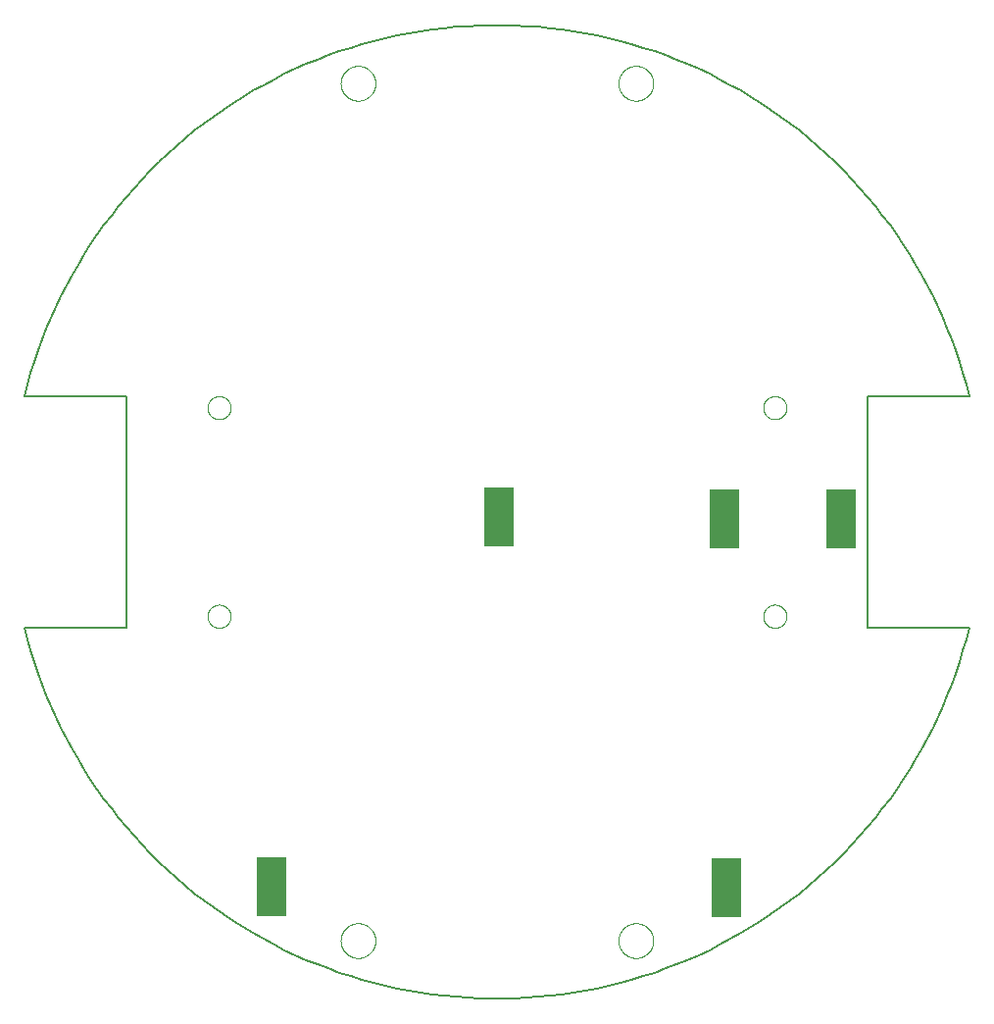
<source format=gbp>
G75*
%MOIN*%
%OFA0B0*%
%FSLAX25Y25*%
%IPPOS*%
%LPD*%
%AMOC8*
5,1,8,0,0,1.08239X$1,22.5*
%
%ADD10C,0.00600*%
%ADD11C,0.00000*%
%ADD12R,0.10000X0.20000*%
D10*
X0018150Y0144410D02*
X0052796Y0144410D01*
X0052796Y0223150D01*
X0018150Y0223150D01*
X0018150Y0223151D02*
X0019158Y0227061D01*
X0020260Y0230946D01*
X0021458Y0234802D01*
X0022749Y0238628D01*
X0024133Y0242421D01*
X0025609Y0246180D01*
X0027177Y0249901D01*
X0028835Y0253583D01*
X0030582Y0257223D01*
X0032418Y0260820D01*
X0034341Y0264370D01*
X0036350Y0267873D01*
X0038445Y0271326D01*
X0040622Y0274726D01*
X0042882Y0278072D01*
X0045224Y0281362D01*
X0047644Y0284594D01*
X0050143Y0287766D01*
X0052719Y0290876D01*
X0055370Y0293922D01*
X0058094Y0296902D01*
X0060891Y0299815D01*
X0063758Y0302659D01*
X0066693Y0305432D01*
X0069695Y0308132D01*
X0072762Y0310759D01*
X0075892Y0313309D01*
X0079084Y0315783D01*
X0082335Y0318178D01*
X0085644Y0320493D01*
X0089008Y0322726D01*
X0092426Y0324876D01*
X0095895Y0326943D01*
X0099414Y0328924D01*
X0102979Y0330818D01*
X0106591Y0332625D01*
X0110245Y0334344D01*
X0113940Y0335972D01*
X0117673Y0337510D01*
X0121444Y0338956D01*
X0125248Y0340310D01*
X0129084Y0341570D01*
X0132950Y0342737D01*
X0136843Y0343808D01*
X0140761Y0344784D01*
X0144702Y0345665D01*
X0148663Y0346448D01*
X0152643Y0347135D01*
X0156637Y0347725D01*
X0160645Y0348217D01*
X0164664Y0348610D01*
X0168691Y0348906D01*
X0172724Y0349103D01*
X0176761Y0349202D01*
X0180799Y0349202D01*
X0184836Y0349103D01*
X0188869Y0348906D01*
X0192896Y0348610D01*
X0196915Y0348217D01*
X0200923Y0347725D01*
X0204917Y0347135D01*
X0208897Y0346448D01*
X0212858Y0345665D01*
X0216799Y0344784D01*
X0220717Y0343808D01*
X0224610Y0342737D01*
X0228476Y0341570D01*
X0232312Y0340310D01*
X0236116Y0338956D01*
X0239887Y0337510D01*
X0243620Y0335972D01*
X0247315Y0334344D01*
X0250969Y0332625D01*
X0254581Y0330818D01*
X0258146Y0328924D01*
X0261665Y0326943D01*
X0265134Y0324876D01*
X0268552Y0322726D01*
X0271916Y0320493D01*
X0275225Y0318178D01*
X0278476Y0315783D01*
X0281668Y0313309D01*
X0284798Y0310759D01*
X0287865Y0308132D01*
X0290867Y0305432D01*
X0293802Y0302659D01*
X0296669Y0299815D01*
X0299466Y0296902D01*
X0302190Y0293922D01*
X0304841Y0290876D01*
X0307417Y0287766D01*
X0309916Y0284594D01*
X0312336Y0281362D01*
X0314678Y0278072D01*
X0316938Y0274726D01*
X0319115Y0271326D01*
X0321210Y0267873D01*
X0323219Y0264370D01*
X0325142Y0260820D01*
X0326978Y0257223D01*
X0328725Y0253583D01*
X0330383Y0249901D01*
X0331951Y0246180D01*
X0333427Y0242421D01*
X0334811Y0238628D01*
X0336102Y0234802D01*
X0337300Y0230946D01*
X0338402Y0227061D01*
X0339410Y0223151D01*
X0339410Y0223150D02*
X0304765Y0223150D01*
X0304765Y0144410D01*
X0339410Y0144410D01*
X0338402Y0140500D01*
X0337300Y0136615D01*
X0336102Y0132759D01*
X0334811Y0128933D01*
X0333427Y0125140D01*
X0331951Y0121381D01*
X0330383Y0117660D01*
X0328725Y0113978D01*
X0326978Y0110338D01*
X0325142Y0106741D01*
X0323219Y0103191D01*
X0321210Y0099688D01*
X0319115Y0096235D01*
X0316938Y0092835D01*
X0314678Y0089489D01*
X0312336Y0086199D01*
X0309916Y0082967D01*
X0307417Y0079795D01*
X0304841Y0076685D01*
X0302190Y0073639D01*
X0299466Y0070659D01*
X0296669Y0067746D01*
X0293802Y0064902D01*
X0290867Y0062129D01*
X0287865Y0059429D01*
X0284798Y0056802D01*
X0281668Y0054252D01*
X0278476Y0051778D01*
X0275225Y0049383D01*
X0271916Y0047068D01*
X0268552Y0044835D01*
X0265134Y0042685D01*
X0261665Y0040618D01*
X0258146Y0038637D01*
X0254581Y0036743D01*
X0250969Y0034936D01*
X0247315Y0033217D01*
X0243620Y0031589D01*
X0239887Y0030051D01*
X0236116Y0028605D01*
X0232312Y0027251D01*
X0228476Y0025991D01*
X0224610Y0024824D01*
X0220717Y0023753D01*
X0216799Y0022777D01*
X0212858Y0021896D01*
X0208897Y0021113D01*
X0204917Y0020426D01*
X0200923Y0019836D01*
X0196915Y0019344D01*
X0192896Y0018951D01*
X0188869Y0018655D01*
X0184836Y0018458D01*
X0180799Y0018359D01*
X0176761Y0018359D01*
X0172724Y0018458D01*
X0168691Y0018655D01*
X0164664Y0018951D01*
X0160645Y0019344D01*
X0156637Y0019836D01*
X0152643Y0020426D01*
X0148663Y0021113D01*
X0144702Y0021896D01*
X0140761Y0022777D01*
X0136843Y0023753D01*
X0132950Y0024824D01*
X0129084Y0025991D01*
X0125248Y0027251D01*
X0121444Y0028605D01*
X0117673Y0030051D01*
X0113940Y0031589D01*
X0110245Y0033217D01*
X0106591Y0034936D01*
X0102979Y0036743D01*
X0099414Y0038637D01*
X0095895Y0040618D01*
X0092426Y0042685D01*
X0089008Y0044835D01*
X0085644Y0047068D01*
X0082335Y0049383D01*
X0079084Y0051778D01*
X0075892Y0054252D01*
X0072762Y0056802D01*
X0069695Y0059429D01*
X0066693Y0062129D01*
X0063758Y0064902D01*
X0060891Y0067746D01*
X0058094Y0070659D01*
X0055370Y0073639D01*
X0052719Y0076685D01*
X0050143Y0079795D01*
X0047644Y0082967D01*
X0045224Y0086199D01*
X0042882Y0089489D01*
X0040622Y0092835D01*
X0038445Y0096235D01*
X0036350Y0099688D01*
X0034341Y0103191D01*
X0032418Y0106741D01*
X0030582Y0110338D01*
X0028835Y0113978D01*
X0027177Y0117660D01*
X0025609Y0121381D01*
X0024133Y0125140D01*
X0022749Y0128933D01*
X0021458Y0132759D01*
X0020260Y0136615D01*
X0019158Y0140500D01*
X0018150Y0144410D01*
D11*
X0080355Y0148347D02*
X0080357Y0148472D01*
X0080363Y0148597D01*
X0080373Y0148721D01*
X0080387Y0148845D01*
X0080404Y0148969D01*
X0080426Y0149092D01*
X0080452Y0149214D01*
X0080481Y0149336D01*
X0080514Y0149456D01*
X0080552Y0149575D01*
X0080592Y0149694D01*
X0080637Y0149810D01*
X0080685Y0149925D01*
X0080737Y0150039D01*
X0080793Y0150151D01*
X0080852Y0150261D01*
X0080914Y0150369D01*
X0080980Y0150476D01*
X0081049Y0150580D01*
X0081122Y0150681D01*
X0081197Y0150781D01*
X0081276Y0150878D01*
X0081358Y0150972D01*
X0081443Y0151064D01*
X0081530Y0151153D01*
X0081621Y0151239D01*
X0081714Y0151322D01*
X0081810Y0151403D01*
X0081908Y0151480D01*
X0082008Y0151554D01*
X0082111Y0151625D01*
X0082216Y0151692D01*
X0082324Y0151757D01*
X0082433Y0151817D01*
X0082544Y0151875D01*
X0082657Y0151928D01*
X0082771Y0151978D01*
X0082887Y0152025D01*
X0083004Y0152067D01*
X0083123Y0152106D01*
X0083243Y0152142D01*
X0083364Y0152173D01*
X0083486Y0152201D01*
X0083608Y0152224D01*
X0083732Y0152244D01*
X0083856Y0152260D01*
X0083980Y0152272D01*
X0084105Y0152280D01*
X0084230Y0152284D01*
X0084354Y0152284D01*
X0084479Y0152280D01*
X0084604Y0152272D01*
X0084728Y0152260D01*
X0084852Y0152244D01*
X0084976Y0152224D01*
X0085098Y0152201D01*
X0085220Y0152173D01*
X0085341Y0152142D01*
X0085461Y0152106D01*
X0085580Y0152067D01*
X0085697Y0152025D01*
X0085813Y0151978D01*
X0085927Y0151928D01*
X0086040Y0151875D01*
X0086151Y0151817D01*
X0086261Y0151757D01*
X0086368Y0151692D01*
X0086473Y0151625D01*
X0086576Y0151554D01*
X0086676Y0151480D01*
X0086774Y0151403D01*
X0086870Y0151322D01*
X0086963Y0151239D01*
X0087054Y0151153D01*
X0087141Y0151064D01*
X0087226Y0150972D01*
X0087308Y0150878D01*
X0087387Y0150781D01*
X0087462Y0150681D01*
X0087535Y0150580D01*
X0087604Y0150476D01*
X0087670Y0150369D01*
X0087732Y0150261D01*
X0087791Y0150151D01*
X0087847Y0150039D01*
X0087899Y0149925D01*
X0087947Y0149810D01*
X0087992Y0149694D01*
X0088032Y0149575D01*
X0088070Y0149456D01*
X0088103Y0149336D01*
X0088132Y0149214D01*
X0088158Y0149092D01*
X0088180Y0148969D01*
X0088197Y0148845D01*
X0088211Y0148721D01*
X0088221Y0148597D01*
X0088227Y0148472D01*
X0088229Y0148347D01*
X0088227Y0148222D01*
X0088221Y0148097D01*
X0088211Y0147973D01*
X0088197Y0147849D01*
X0088180Y0147725D01*
X0088158Y0147602D01*
X0088132Y0147480D01*
X0088103Y0147358D01*
X0088070Y0147238D01*
X0088032Y0147119D01*
X0087992Y0147000D01*
X0087947Y0146884D01*
X0087899Y0146769D01*
X0087847Y0146655D01*
X0087791Y0146543D01*
X0087732Y0146433D01*
X0087670Y0146325D01*
X0087604Y0146218D01*
X0087535Y0146114D01*
X0087462Y0146013D01*
X0087387Y0145913D01*
X0087308Y0145816D01*
X0087226Y0145722D01*
X0087141Y0145630D01*
X0087054Y0145541D01*
X0086963Y0145455D01*
X0086870Y0145372D01*
X0086774Y0145291D01*
X0086676Y0145214D01*
X0086576Y0145140D01*
X0086473Y0145069D01*
X0086368Y0145002D01*
X0086260Y0144937D01*
X0086151Y0144877D01*
X0086040Y0144819D01*
X0085927Y0144766D01*
X0085813Y0144716D01*
X0085697Y0144669D01*
X0085580Y0144627D01*
X0085461Y0144588D01*
X0085341Y0144552D01*
X0085220Y0144521D01*
X0085098Y0144493D01*
X0084976Y0144470D01*
X0084852Y0144450D01*
X0084728Y0144434D01*
X0084604Y0144422D01*
X0084479Y0144414D01*
X0084354Y0144410D01*
X0084230Y0144410D01*
X0084105Y0144414D01*
X0083980Y0144422D01*
X0083856Y0144434D01*
X0083732Y0144450D01*
X0083608Y0144470D01*
X0083486Y0144493D01*
X0083364Y0144521D01*
X0083243Y0144552D01*
X0083123Y0144588D01*
X0083004Y0144627D01*
X0082887Y0144669D01*
X0082771Y0144716D01*
X0082657Y0144766D01*
X0082544Y0144819D01*
X0082433Y0144877D01*
X0082323Y0144937D01*
X0082216Y0145002D01*
X0082111Y0145069D01*
X0082008Y0145140D01*
X0081908Y0145214D01*
X0081810Y0145291D01*
X0081714Y0145372D01*
X0081621Y0145455D01*
X0081530Y0145541D01*
X0081443Y0145630D01*
X0081358Y0145722D01*
X0081276Y0145816D01*
X0081197Y0145913D01*
X0081122Y0146013D01*
X0081049Y0146114D01*
X0080980Y0146218D01*
X0080914Y0146325D01*
X0080852Y0146433D01*
X0080793Y0146543D01*
X0080737Y0146655D01*
X0080685Y0146769D01*
X0080637Y0146884D01*
X0080592Y0147000D01*
X0080552Y0147119D01*
X0080514Y0147238D01*
X0080481Y0147358D01*
X0080452Y0147480D01*
X0080426Y0147602D01*
X0080404Y0147725D01*
X0080387Y0147849D01*
X0080373Y0147973D01*
X0080363Y0148097D01*
X0080357Y0148222D01*
X0080355Y0148347D01*
X0080355Y0219213D02*
X0080357Y0219338D01*
X0080363Y0219463D01*
X0080373Y0219587D01*
X0080387Y0219711D01*
X0080404Y0219835D01*
X0080426Y0219958D01*
X0080452Y0220080D01*
X0080481Y0220202D01*
X0080514Y0220322D01*
X0080552Y0220441D01*
X0080592Y0220560D01*
X0080637Y0220676D01*
X0080685Y0220791D01*
X0080737Y0220905D01*
X0080793Y0221017D01*
X0080852Y0221127D01*
X0080914Y0221235D01*
X0080980Y0221342D01*
X0081049Y0221446D01*
X0081122Y0221547D01*
X0081197Y0221647D01*
X0081276Y0221744D01*
X0081358Y0221838D01*
X0081443Y0221930D01*
X0081530Y0222019D01*
X0081621Y0222105D01*
X0081714Y0222188D01*
X0081810Y0222269D01*
X0081908Y0222346D01*
X0082008Y0222420D01*
X0082111Y0222491D01*
X0082216Y0222558D01*
X0082324Y0222623D01*
X0082433Y0222683D01*
X0082544Y0222741D01*
X0082657Y0222794D01*
X0082771Y0222844D01*
X0082887Y0222891D01*
X0083004Y0222933D01*
X0083123Y0222972D01*
X0083243Y0223008D01*
X0083364Y0223039D01*
X0083486Y0223067D01*
X0083608Y0223090D01*
X0083732Y0223110D01*
X0083856Y0223126D01*
X0083980Y0223138D01*
X0084105Y0223146D01*
X0084230Y0223150D01*
X0084354Y0223150D01*
X0084479Y0223146D01*
X0084604Y0223138D01*
X0084728Y0223126D01*
X0084852Y0223110D01*
X0084976Y0223090D01*
X0085098Y0223067D01*
X0085220Y0223039D01*
X0085341Y0223008D01*
X0085461Y0222972D01*
X0085580Y0222933D01*
X0085697Y0222891D01*
X0085813Y0222844D01*
X0085927Y0222794D01*
X0086040Y0222741D01*
X0086151Y0222683D01*
X0086261Y0222623D01*
X0086368Y0222558D01*
X0086473Y0222491D01*
X0086576Y0222420D01*
X0086676Y0222346D01*
X0086774Y0222269D01*
X0086870Y0222188D01*
X0086963Y0222105D01*
X0087054Y0222019D01*
X0087141Y0221930D01*
X0087226Y0221838D01*
X0087308Y0221744D01*
X0087387Y0221647D01*
X0087462Y0221547D01*
X0087535Y0221446D01*
X0087604Y0221342D01*
X0087670Y0221235D01*
X0087732Y0221127D01*
X0087791Y0221017D01*
X0087847Y0220905D01*
X0087899Y0220791D01*
X0087947Y0220676D01*
X0087992Y0220560D01*
X0088032Y0220441D01*
X0088070Y0220322D01*
X0088103Y0220202D01*
X0088132Y0220080D01*
X0088158Y0219958D01*
X0088180Y0219835D01*
X0088197Y0219711D01*
X0088211Y0219587D01*
X0088221Y0219463D01*
X0088227Y0219338D01*
X0088229Y0219213D01*
X0088227Y0219088D01*
X0088221Y0218963D01*
X0088211Y0218839D01*
X0088197Y0218715D01*
X0088180Y0218591D01*
X0088158Y0218468D01*
X0088132Y0218346D01*
X0088103Y0218224D01*
X0088070Y0218104D01*
X0088032Y0217985D01*
X0087992Y0217866D01*
X0087947Y0217750D01*
X0087899Y0217635D01*
X0087847Y0217521D01*
X0087791Y0217409D01*
X0087732Y0217299D01*
X0087670Y0217191D01*
X0087604Y0217084D01*
X0087535Y0216980D01*
X0087462Y0216879D01*
X0087387Y0216779D01*
X0087308Y0216682D01*
X0087226Y0216588D01*
X0087141Y0216496D01*
X0087054Y0216407D01*
X0086963Y0216321D01*
X0086870Y0216238D01*
X0086774Y0216157D01*
X0086676Y0216080D01*
X0086576Y0216006D01*
X0086473Y0215935D01*
X0086368Y0215868D01*
X0086260Y0215803D01*
X0086151Y0215743D01*
X0086040Y0215685D01*
X0085927Y0215632D01*
X0085813Y0215582D01*
X0085697Y0215535D01*
X0085580Y0215493D01*
X0085461Y0215454D01*
X0085341Y0215418D01*
X0085220Y0215387D01*
X0085098Y0215359D01*
X0084976Y0215336D01*
X0084852Y0215316D01*
X0084728Y0215300D01*
X0084604Y0215288D01*
X0084479Y0215280D01*
X0084354Y0215276D01*
X0084230Y0215276D01*
X0084105Y0215280D01*
X0083980Y0215288D01*
X0083856Y0215300D01*
X0083732Y0215316D01*
X0083608Y0215336D01*
X0083486Y0215359D01*
X0083364Y0215387D01*
X0083243Y0215418D01*
X0083123Y0215454D01*
X0083004Y0215493D01*
X0082887Y0215535D01*
X0082771Y0215582D01*
X0082657Y0215632D01*
X0082544Y0215685D01*
X0082433Y0215743D01*
X0082323Y0215803D01*
X0082216Y0215868D01*
X0082111Y0215935D01*
X0082008Y0216006D01*
X0081908Y0216080D01*
X0081810Y0216157D01*
X0081714Y0216238D01*
X0081621Y0216321D01*
X0081530Y0216407D01*
X0081443Y0216496D01*
X0081358Y0216588D01*
X0081276Y0216682D01*
X0081197Y0216779D01*
X0081122Y0216879D01*
X0081049Y0216980D01*
X0080980Y0217084D01*
X0080914Y0217191D01*
X0080852Y0217299D01*
X0080793Y0217409D01*
X0080737Y0217521D01*
X0080685Y0217635D01*
X0080637Y0217750D01*
X0080592Y0217866D01*
X0080552Y0217985D01*
X0080514Y0218104D01*
X0080481Y0218224D01*
X0080452Y0218346D01*
X0080426Y0218468D01*
X0080404Y0218591D01*
X0080387Y0218715D01*
X0080373Y0218839D01*
X0080363Y0218963D01*
X0080357Y0219088D01*
X0080355Y0219213D01*
X0125630Y0329450D02*
X0125632Y0329603D01*
X0125638Y0329757D01*
X0125648Y0329910D01*
X0125662Y0330062D01*
X0125680Y0330215D01*
X0125702Y0330366D01*
X0125727Y0330517D01*
X0125757Y0330668D01*
X0125791Y0330818D01*
X0125828Y0330966D01*
X0125869Y0331114D01*
X0125914Y0331260D01*
X0125963Y0331406D01*
X0126016Y0331550D01*
X0126072Y0331692D01*
X0126132Y0331833D01*
X0126196Y0331973D01*
X0126263Y0332111D01*
X0126334Y0332247D01*
X0126409Y0332381D01*
X0126486Y0332513D01*
X0126568Y0332643D01*
X0126652Y0332771D01*
X0126740Y0332897D01*
X0126831Y0333020D01*
X0126925Y0333141D01*
X0127023Y0333259D01*
X0127123Y0333375D01*
X0127227Y0333488D01*
X0127333Y0333599D01*
X0127442Y0333707D01*
X0127554Y0333812D01*
X0127668Y0333913D01*
X0127786Y0334012D01*
X0127905Y0334108D01*
X0128027Y0334201D01*
X0128152Y0334290D01*
X0128279Y0334377D01*
X0128408Y0334459D01*
X0128539Y0334539D01*
X0128672Y0334615D01*
X0128807Y0334688D01*
X0128944Y0334757D01*
X0129083Y0334822D01*
X0129223Y0334884D01*
X0129365Y0334942D01*
X0129508Y0334997D01*
X0129653Y0335048D01*
X0129799Y0335095D01*
X0129946Y0335138D01*
X0130094Y0335177D01*
X0130243Y0335213D01*
X0130393Y0335244D01*
X0130544Y0335272D01*
X0130695Y0335296D01*
X0130848Y0335316D01*
X0131000Y0335332D01*
X0131153Y0335344D01*
X0131306Y0335352D01*
X0131459Y0335356D01*
X0131613Y0335356D01*
X0131766Y0335352D01*
X0131919Y0335344D01*
X0132072Y0335332D01*
X0132224Y0335316D01*
X0132377Y0335296D01*
X0132528Y0335272D01*
X0132679Y0335244D01*
X0132829Y0335213D01*
X0132978Y0335177D01*
X0133126Y0335138D01*
X0133273Y0335095D01*
X0133419Y0335048D01*
X0133564Y0334997D01*
X0133707Y0334942D01*
X0133849Y0334884D01*
X0133989Y0334822D01*
X0134128Y0334757D01*
X0134265Y0334688D01*
X0134400Y0334615D01*
X0134533Y0334539D01*
X0134664Y0334459D01*
X0134793Y0334377D01*
X0134920Y0334290D01*
X0135045Y0334201D01*
X0135167Y0334108D01*
X0135286Y0334012D01*
X0135404Y0333913D01*
X0135518Y0333812D01*
X0135630Y0333707D01*
X0135739Y0333599D01*
X0135845Y0333488D01*
X0135949Y0333375D01*
X0136049Y0333259D01*
X0136147Y0333141D01*
X0136241Y0333020D01*
X0136332Y0332897D01*
X0136420Y0332771D01*
X0136504Y0332643D01*
X0136586Y0332513D01*
X0136663Y0332381D01*
X0136738Y0332247D01*
X0136809Y0332111D01*
X0136876Y0331973D01*
X0136940Y0331833D01*
X0137000Y0331692D01*
X0137056Y0331550D01*
X0137109Y0331406D01*
X0137158Y0331260D01*
X0137203Y0331114D01*
X0137244Y0330966D01*
X0137281Y0330818D01*
X0137315Y0330668D01*
X0137345Y0330517D01*
X0137370Y0330366D01*
X0137392Y0330215D01*
X0137410Y0330062D01*
X0137424Y0329910D01*
X0137434Y0329757D01*
X0137440Y0329603D01*
X0137442Y0329450D01*
X0137440Y0329297D01*
X0137434Y0329143D01*
X0137424Y0328990D01*
X0137410Y0328838D01*
X0137392Y0328685D01*
X0137370Y0328534D01*
X0137345Y0328383D01*
X0137315Y0328232D01*
X0137281Y0328082D01*
X0137244Y0327934D01*
X0137203Y0327786D01*
X0137158Y0327640D01*
X0137109Y0327494D01*
X0137056Y0327350D01*
X0137000Y0327208D01*
X0136940Y0327067D01*
X0136876Y0326927D01*
X0136809Y0326789D01*
X0136738Y0326653D01*
X0136663Y0326519D01*
X0136586Y0326387D01*
X0136504Y0326257D01*
X0136420Y0326129D01*
X0136332Y0326003D01*
X0136241Y0325880D01*
X0136147Y0325759D01*
X0136049Y0325641D01*
X0135949Y0325525D01*
X0135845Y0325412D01*
X0135739Y0325301D01*
X0135630Y0325193D01*
X0135518Y0325088D01*
X0135404Y0324987D01*
X0135286Y0324888D01*
X0135167Y0324792D01*
X0135045Y0324699D01*
X0134920Y0324610D01*
X0134793Y0324523D01*
X0134664Y0324441D01*
X0134533Y0324361D01*
X0134400Y0324285D01*
X0134265Y0324212D01*
X0134128Y0324143D01*
X0133989Y0324078D01*
X0133849Y0324016D01*
X0133707Y0323958D01*
X0133564Y0323903D01*
X0133419Y0323852D01*
X0133273Y0323805D01*
X0133126Y0323762D01*
X0132978Y0323723D01*
X0132829Y0323687D01*
X0132679Y0323656D01*
X0132528Y0323628D01*
X0132377Y0323604D01*
X0132224Y0323584D01*
X0132072Y0323568D01*
X0131919Y0323556D01*
X0131766Y0323548D01*
X0131613Y0323544D01*
X0131459Y0323544D01*
X0131306Y0323548D01*
X0131153Y0323556D01*
X0131000Y0323568D01*
X0130848Y0323584D01*
X0130695Y0323604D01*
X0130544Y0323628D01*
X0130393Y0323656D01*
X0130243Y0323687D01*
X0130094Y0323723D01*
X0129946Y0323762D01*
X0129799Y0323805D01*
X0129653Y0323852D01*
X0129508Y0323903D01*
X0129365Y0323958D01*
X0129223Y0324016D01*
X0129083Y0324078D01*
X0128944Y0324143D01*
X0128807Y0324212D01*
X0128672Y0324285D01*
X0128539Y0324361D01*
X0128408Y0324441D01*
X0128279Y0324523D01*
X0128152Y0324610D01*
X0128027Y0324699D01*
X0127905Y0324792D01*
X0127786Y0324888D01*
X0127668Y0324987D01*
X0127554Y0325088D01*
X0127442Y0325193D01*
X0127333Y0325301D01*
X0127227Y0325412D01*
X0127123Y0325525D01*
X0127023Y0325641D01*
X0126925Y0325759D01*
X0126831Y0325880D01*
X0126740Y0326003D01*
X0126652Y0326129D01*
X0126568Y0326257D01*
X0126486Y0326387D01*
X0126409Y0326519D01*
X0126334Y0326653D01*
X0126263Y0326789D01*
X0126196Y0326927D01*
X0126132Y0327067D01*
X0126072Y0327208D01*
X0126016Y0327350D01*
X0125963Y0327494D01*
X0125914Y0327640D01*
X0125869Y0327786D01*
X0125828Y0327934D01*
X0125791Y0328082D01*
X0125757Y0328232D01*
X0125727Y0328383D01*
X0125702Y0328534D01*
X0125680Y0328685D01*
X0125662Y0328838D01*
X0125648Y0328990D01*
X0125638Y0329143D01*
X0125632Y0329297D01*
X0125630Y0329450D01*
X0220118Y0329450D02*
X0220120Y0329603D01*
X0220126Y0329757D01*
X0220136Y0329910D01*
X0220150Y0330062D01*
X0220168Y0330215D01*
X0220190Y0330366D01*
X0220215Y0330517D01*
X0220245Y0330668D01*
X0220279Y0330818D01*
X0220316Y0330966D01*
X0220357Y0331114D01*
X0220402Y0331260D01*
X0220451Y0331406D01*
X0220504Y0331550D01*
X0220560Y0331692D01*
X0220620Y0331833D01*
X0220684Y0331973D01*
X0220751Y0332111D01*
X0220822Y0332247D01*
X0220897Y0332381D01*
X0220974Y0332513D01*
X0221056Y0332643D01*
X0221140Y0332771D01*
X0221228Y0332897D01*
X0221319Y0333020D01*
X0221413Y0333141D01*
X0221511Y0333259D01*
X0221611Y0333375D01*
X0221715Y0333488D01*
X0221821Y0333599D01*
X0221930Y0333707D01*
X0222042Y0333812D01*
X0222156Y0333913D01*
X0222274Y0334012D01*
X0222393Y0334108D01*
X0222515Y0334201D01*
X0222640Y0334290D01*
X0222767Y0334377D01*
X0222896Y0334459D01*
X0223027Y0334539D01*
X0223160Y0334615D01*
X0223295Y0334688D01*
X0223432Y0334757D01*
X0223571Y0334822D01*
X0223711Y0334884D01*
X0223853Y0334942D01*
X0223996Y0334997D01*
X0224141Y0335048D01*
X0224287Y0335095D01*
X0224434Y0335138D01*
X0224582Y0335177D01*
X0224731Y0335213D01*
X0224881Y0335244D01*
X0225032Y0335272D01*
X0225183Y0335296D01*
X0225336Y0335316D01*
X0225488Y0335332D01*
X0225641Y0335344D01*
X0225794Y0335352D01*
X0225947Y0335356D01*
X0226101Y0335356D01*
X0226254Y0335352D01*
X0226407Y0335344D01*
X0226560Y0335332D01*
X0226712Y0335316D01*
X0226865Y0335296D01*
X0227016Y0335272D01*
X0227167Y0335244D01*
X0227317Y0335213D01*
X0227466Y0335177D01*
X0227614Y0335138D01*
X0227761Y0335095D01*
X0227907Y0335048D01*
X0228052Y0334997D01*
X0228195Y0334942D01*
X0228337Y0334884D01*
X0228477Y0334822D01*
X0228616Y0334757D01*
X0228753Y0334688D01*
X0228888Y0334615D01*
X0229021Y0334539D01*
X0229152Y0334459D01*
X0229281Y0334377D01*
X0229408Y0334290D01*
X0229533Y0334201D01*
X0229655Y0334108D01*
X0229774Y0334012D01*
X0229892Y0333913D01*
X0230006Y0333812D01*
X0230118Y0333707D01*
X0230227Y0333599D01*
X0230333Y0333488D01*
X0230437Y0333375D01*
X0230537Y0333259D01*
X0230635Y0333141D01*
X0230729Y0333020D01*
X0230820Y0332897D01*
X0230908Y0332771D01*
X0230992Y0332643D01*
X0231074Y0332513D01*
X0231151Y0332381D01*
X0231226Y0332247D01*
X0231297Y0332111D01*
X0231364Y0331973D01*
X0231428Y0331833D01*
X0231488Y0331692D01*
X0231544Y0331550D01*
X0231597Y0331406D01*
X0231646Y0331260D01*
X0231691Y0331114D01*
X0231732Y0330966D01*
X0231769Y0330818D01*
X0231803Y0330668D01*
X0231833Y0330517D01*
X0231858Y0330366D01*
X0231880Y0330215D01*
X0231898Y0330062D01*
X0231912Y0329910D01*
X0231922Y0329757D01*
X0231928Y0329603D01*
X0231930Y0329450D01*
X0231928Y0329297D01*
X0231922Y0329143D01*
X0231912Y0328990D01*
X0231898Y0328838D01*
X0231880Y0328685D01*
X0231858Y0328534D01*
X0231833Y0328383D01*
X0231803Y0328232D01*
X0231769Y0328082D01*
X0231732Y0327934D01*
X0231691Y0327786D01*
X0231646Y0327640D01*
X0231597Y0327494D01*
X0231544Y0327350D01*
X0231488Y0327208D01*
X0231428Y0327067D01*
X0231364Y0326927D01*
X0231297Y0326789D01*
X0231226Y0326653D01*
X0231151Y0326519D01*
X0231074Y0326387D01*
X0230992Y0326257D01*
X0230908Y0326129D01*
X0230820Y0326003D01*
X0230729Y0325880D01*
X0230635Y0325759D01*
X0230537Y0325641D01*
X0230437Y0325525D01*
X0230333Y0325412D01*
X0230227Y0325301D01*
X0230118Y0325193D01*
X0230006Y0325088D01*
X0229892Y0324987D01*
X0229774Y0324888D01*
X0229655Y0324792D01*
X0229533Y0324699D01*
X0229408Y0324610D01*
X0229281Y0324523D01*
X0229152Y0324441D01*
X0229021Y0324361D01*
X0228888Y0324285D01*
X0228753Y0324212D01*
X0228616Y0324143D01*
X0228477Y0324078D01*
X0228337Y0324016D01*
X0228195Y0323958D01*
X0228052Y0323903D01*
X0227907Y0323852D01*
X0227761Y0323805D01*
X0227614Y0323762D01*
X0227466Y0323723D01*
X0227317Y0323687D01*
X0227167Y0323656D01*
X0227016Y0323628D01*
X0226865Y0323604D01*
X0226712Y0323584D01*
X0226560Y0323568D01*
X0226407Y0323556D01*
X0226254Y0323548D01*
X0226101Y0323544D01*
X0225947Y0323544D01*
X0225794Y0323548D01*
X0225641Y0323556D01*
X0225488Y0323568D01*
X0225336Y0323584D01*
X0225183Y0323604D01*
X0225032Y0323628D01*
X0224881Y0323656D01*
X0224731Y0323687D01*
X0224582Y0323723D01*
X0224434Y0323762D01*
X0224287Y0323805D01*
X0224141Y0323852D01*
X0223996Y0323903D01*
X0223853Y0323958D01*
X0223711Y0324016D01*
X0223571Y0324078D01*
X0223432Y0324143D01*
X0223295Y0324212D01*
X0223160Y0324285D01*
X0223027Y0324361D01*
X0222896Y0324441D01*
X0222767Y0324523D01*
X0222640Y0324610D01*
X0222515Y0324699D01*
X0222393Y0324792D01*
X0222274Y0324888D01*
X0222156Y0324987D01*
X0222042Y0325088D01*
X0221930Y0325193D01*
X0221821Y0325301D01*
X0221715Y0325412D01*
X0221611Y0325525D01*
X0221511Y0325641D01*
X0221413Y0325759D01*
X0221319Y0325880D01*
X0221228Y0326003D01*
X0221140Y0326129D01*
X0221056Y0326257D01*
X0220974Y0326387D01*
X0220897Y0326519D01*
X0220822Y0326653D01*
X0220751Y0326789D01*
X0220684Y0326927D01*
X0220620Y0327067D01*
X0220560Y0327208D01*
X0220504Y0327350D01*
X0220451Y0327494D01*
X0220402Y0327640D01*
X0220357Y0327786D01*
X0220316Y0327934D01*
X0220279Y0328082D01*
X0220245Y0328232D01*
X0220215Y0328383D01*
X0220190Y0328534D01*
X0220168Y0328685D01*
X0220150Y0328838D01*
X0220136Y0328990D01*
X0220126Y0329143D01*
X0220120Y0329297D01*
X0220118Y0329450D01*
X0269332Y0219213D02*
X0269334Y0219338D01*
X0269340Y0219463D01*
X0269350Y0219587D01*
X0269364Y0219711D01*
X0269381Y0219835D01*
X0269403Y0219958D01*
X0269429Y0220080D01*
X0269458Y0220202D01*
X0269491Y0220322D01*
X0269529Y0220441D01*
X0269569Y0220560D01*
X0269614Y0220676D01*
X0269662Y0220791D01*
X0269714Y0220905D01*
X0269770Y0221017D01*
X0269829Y0221127D01*
X0269891Y0221235D01*
X0269957Y0221342D01*
X0270026Y0221446D01*
X0270099Y0221547D01*
X0270174Y0221647D01*
X0270253Y0221744D01*
X0270335Y0221838D01*
X0270420Y0221930D01*
X0270507Y0222019D01*
X0270598Y0222105D01*
X0270691Y0222188D01*
X0270787Y0222269D01*
X0270885Y0222346D01*
X0270985Y0222420D01*
X0271088Y0222491D01*
X0271193Y0222558D01*
X0271301Y0222623D01*
X0271410Y0222683D01*
X0271521Y0222741D01*
X0271634Y0222794D01*
X0271748Y0222844D01*
X0271864Y0222891D01*
X0271981Y0222933D01*
X0272100Y0222972D01*
X0272220Y0223008D01*
X0272341Y0223039D01*
X0272463Y0223067D01*
X0272585Y0223090D01*
X0272709Y0223110D01*
X0272833Y0223126D01*
X0272957Y0223138D01*
X0273082Y0223146D01*
X0273207Y0223150D01*
X0273331Y0223150D01*
X0273456Y0223146D01*
X0273581Y0223138D01*
X0273705Y0223126D01*
X0273829Y0223110D01*
X0273953Y0223090D01*
X0274075Y0223067D01*
X0274197Y0223039D01*
X0274318Y0223008D01*
X0274438Y0222972D01*
X0274557Y0222933D01*
X0274674Y0222891D01*
X0274790Y0222844D01*
X0274904Y0222794D01*
X0275017Y0222741D01*
X0275128Y0222683D01*
X0275238Y0222623D01*
X0275345Y0222558D01*
X0275450Y0222491D01*
X0275553Y0222420D01*
X0275653Y0222346D01*
X0275751Y0222269D01*
X0275847Y0222188D01*
X0275940Y0222105D01*
X0276031Y0222019D01*
X0276118Y0221930D01*
X0276203Y0221838D01*
X0276285Y0221744D01*
X0276364Y0221647D01*
X0276439Y0221547D01*
X0276512Y0221446D01*
X0276581Y0221342D01*
X0276647Y0221235D01*
X0276709Y0221127D01*
X0276768Y0221017D01*
X0276824Y0220905D01*
X0276876Y0220791D01*
X0276924Y0220676D01*
X0276969Y0220560D01*
X0277009Y0220441D01*
X0277047Y0220322D01*
X0277080Y0220202D01*
X0277109Y0220080D01*
X0277135Y0219958D01*
X0277157Y0219835D01*
X0277174Y0219711D01*
X0277188Y0219587D01*
X0277198Y0219463D01*
X0277204Y0219338D01*
X0277206Y0219213D01*
X0277204Y0219088D01*
X0277198Y0218963D01*
X0277188Y0218839D01*
X0277174Y0218715D01*
X0277157Y0218591D01*
X0277135Y0218468D01*
X0277109Y0218346D01*
X0277080Y0218224D01*
X0277047Y0218104D01*
X0277009Y0217985D01*
X0276969Y0217866D01*
X0276924Y0217750D01*
X0276876Y0217635D01*
X0276824Y0217521D01*
X0276768Y0217409D01*
X0276709Y0217299D01*
X0276647Y0217191D01*
X0276581Y0217084D01*
X0276512Y0216980D01*
X0276439Y0216879D01*
X0276364Y0216779D01*
X0276285Y0216682D01*
X0276203Y0216588D01*
X0276118Y0216496D01*
X0276031Y0216407D01*
X0275940Y0216321D01*
X0275847Y0216238D01*
X0275751Y0216157D01*
X0275653Y0216080D01*
X0275553Y0216006D01*
X0275450Y0215935D01*
X0275345Y0215868D01*
X0275237Y0215803D01*
X0275128Y0215743D01*
X0275017Y0215685D01*
X0274904Y0215632D01*
X0274790Y0215582D01*
X0274674Y0215535D01*
X0274557Y0215493D01*
X0274438Y0215454D01*
X0274318Y0215418D01*
X0274197Y0215387D01*
X0274075Y0215359D01*
X0273953Y0215336D01*
X0273829Y0215316D01*
X0273705Y0215300D01*
X0273581Y0215288D01*
X0273456Y0215280D01*
X0273331Y0215276D01*
X0273207Y0215276D01*
X0273082Y0215280D01*
X0272957Y0215288D01*
X0272833Y0215300D01*
X0272709Y0215316D01*
X0272585Y0215336D01*
X0272463Y0215359D01*
X0272341Y0215387D01*
X0272220Y0215418D01*
X0272100Y0215454D01*
X0271981Y0215493D01*
X0271864Y0215535D01*
X0271748Y0215582D01*
X0271634Y0215632D01*
X0271521Y0215685D01*
X0271410Y0215743D01*
X0271300Y0215803D01*
X0271193Y0215868D01*
X0271088Y0215935D01*
X0270985Y0216006D01*
X0270885Y0216080D01*
X0270787Y0216157D01*
X0270691Y0216238D01*
X0270598Y0216321D01*
X0270507Y0216407D01*
X0270420Y0216496D01*
X0270335Y0216588D01*
X0270253Y0216682D01*
X0270174Y0216779D01*
X0270099Y0216879D01*
X0270026Y0216980D01*
X0269957Y0217084D01*
X0269891Y0217191D01*
X0269829Y0217299D01*
X0269770Y0217409D01*
X0269714Y0217521D01*
X0269662Y0217635D01*
X0269614Y0217750D01*
X0269569Y0217866D01*
X0269529Y0217985D01*
X0269491Y0218104D01*
X0269458Y0218224D01*
X0269429Y0218346D01*
X0269403Y0218468D01*
X0269381Y0218591D01*
X0269364Y0218715D01*
X0269350Y0218839D01*
X0269340Y0218963D01*
X0269334Y0219088D01*
X0269332Y0219213D01*
X0269332Y0148347D02*
X0269334Y0148472D01*
X0269340Y0148597D01*
X0269350Y0148721D01*
X0269364Y0148845D01*
X0269381Y0148969D01*
X0269403Y0149092D01*
X0269429Y0149214D01*
X0269458Y0149336D01*
X0269491Y0149456D01*
X0269529Y0149575D01*
X0269569Y0149694D01*
X0269614Y0149810D01*
X0269662Y0149925D01*
X0269714Y0150039D01*
X0269770Y0150151D01*
X0269829Y0150261D01*
X0269891Y0150369D01*
X0269957Y0150476D01*
X0270026Y0150580D01*
X0270099Y0150681D01*
X0270174Y0150781D01*
X0270253Y0150878D01*
X0270335Y0150972D01*
X0270420Y0151064D01*
X0270507Y0151153D01*
X0270598Y0151239D01*
X0270691Y0151322D01*
X0270787Y0151403D01*
X0270885Y0151480D01*
X0270985Y0151554D01*
X0271088Y0151625D01*
X0271193Y0151692D01*
X0271301Y0151757D01*
X0271410Y0151817D01*
X0271521Y0151875D01*
X0271634Y0151928D01*
X0271748Y0151978D01*
X0271864Y0152025D01*
X0271981Y0152067D01*
X0272100Y0152106D01*
X0272220Y0152142D01*
X0272341Y0152173D01*
X0272463Y0152201D01*
X0272585Y0152224D01*
X0272709Y0152244D01*
X0272833Y0152260D01*
X0272957Y0152272D01*
X0273082Y0152280D01*
X0273207Y0152284D01*
X0273331Y0152284D01*
X0273456Y0152280D01*
X0273581Y0152272D01*
X0273705Y0152260D01*
X0273829Y0152244D01*
X0273953Y0152224D01*
X0274075Y0152201D01*
X0274197Y0152173D01*
X0274318Y0152142D01*
X0274438Y0152106D01*
X0274557Y0152067D01*
X0274674Y0152025D01*
X0274790Y0151978D01*
X0274904Y0151928D01*
X0275017Y0151875D01*
X0275128Y0151817D01*
X0275238Y0151757D01*
X0275345Y0151692D01*
X0275450Y0151625D01*
X0275553Y0151554D01*
X0275653Y0151480D01*
X0275751Y0151403D01*
X0275847Y0151322D01*
X0275940Y0151239D01*
X0276031Y0151153D01*
X0276118Y0151064D01*
X0276203Y0150972D01*
X0276285Y0150878D01*
X0276364Y0150781D01*
X0276439Y0150681D01*
X0276512Y0150580D01*
X0276581Y0150476D01*
X0276647Y0150369D01*
X0276709Y0150261D01*
X0276768Y0150151D01*
X0276824Y0150039D01*
X0276876Y0149925D01*
X0276924Y0149810D01*
X0276969Y0149694D01*
X0277009Y0149575D01*
X0277047Y0149456D01*
X0277080Y0149336D01*
X0277109Y0149214D01*
X0277135Y0149092D01*
X0277157Y0148969D01*
X0277174Y0148845D01*
X0277188Y0148721D01*
X0277198Y0148597D01*
X0277204Y0148472D01*
X0277206Y0148347D01*
X0277204Y0148222D01*
X0277198Y0148097D01*
X0277188Y0147973D01*
X0277174Y0147849D01*
X0277157Y0147725D01*
X0277135Y0147602D01*
X0277109Y0147480D01*
X0277080Y0147358D01*
X0277047Y0147238D01*
X0277009Y0147119D01*
X0276969Y0147000D01*
X0276924Y0146884D01*
X0276876Y0146769D01*
X0276824Y0146655D01*
X0276768Y0146543D01*
X0276709Y0146433D01*
X0276647Y0146325D01*
X0276581Y0146218D01*
X0276512Y0146114D01*
X0276439Y0146013D01*
X0276364Y0145913D01*
X0276285Y0145816D01*
X0276203Y0145722D01*
X0276118Y0145630D01*
X0276031Y0145541D01*
X0275940Y0145455D01*
X0275847Y0145372D01*
X0275751Y0145291D01*
X0275653Y0145214D01*
X0275553Y0145140D01*
X0275450Y0145069D01*
X0275345Y0145002D01*
X0275237Y0144937D01*
X0275128Y0144877D01*
X0275017Y0144819D01*
X0274904Y0144766D01*
X0274790Y0144716D01*
X0274674Y0144669D01*
X0274557Y0144627D01*
X0274438Y0144588D01*
X0274318Y0144552D01*
X0274197Y0144521D01*
X0274075Y0144493D01*
X0273953Y0144470D01*
X0273829Y0144450D01*
X0273705Y0144434D01*
X0273581Y0144422D01*
X0273456Y0144414D01*
X0273331Y0144410D01*
X0273207Y0144410D01*
X0273082Y0144414D01*
X0272957Y0144422D01*
X0272833Y0144434D01*
X0272709Y0144450D01*
X0272585Y0144470D01*
X0272463Y0144493D01*
X0272341Y0144521D01*
X0272220Y0144552D01*
X0272100Y0144588D01*
X0271981Y0144627D01*
X0271864Y0144669D01*
X0271748Y0144716D01*
X0271634Y0144766D01*
X0271521Y0144819D01*
X0271410Y0144877D01*
X0271300Y0144937D01*
X0271193Y0145002D01*
X0271088Y0145069D01*
X0270985Y0145140D01*
X0270885Y0145214D01*
X0270787Y0145291D01*
X0270691Y0145372D01*
X0270598Y0145455D01*
X0270507Y0145541D01*
X0270420Y0145630D01*
X0270335Y0145722D01*
X0270253Y0145816D01*
X0270174Y0145913D01*
X0270099Y0146013D01*
X0270026Y0146114D01*
X0269957Y0146218D01*
X0269891Y0146325D01*
X0269829Y0146433D01*
X0269770Y0146543D01*
X0269714Y0146655D01*
X0269662Y0146769D01*
X0269614Y0146884D01*
X0269569Y0147000D01*
X0269529Y0147119D01*
X0269491Y0147238D01*
X0269458Y0147358D01*
X0269429Y0147480D01*
X0269403Y0147602D01*
X0269381Y0147725D01*
X0269364Y0147849D01*
X0269350Y0147973D01*
X0269340Y0148097D01*
X0269334Y0148222D01*
X0269332Y0148347D01*
X0220118Y0038111D02*
X0220120Y0038264D01*
X0220126Y0038418D01*
X0220136Y0038571D01*
X0220150Y0038723D01*
X0220168Y0038876D01*
X0220190Y0039027D01*
X0220215Y0039178D01*
X0220245Y0039329D01*
X0220279Y0039479D01*
X0220316Y0039627D01*
X0220357Y0039775D01*
X0220402Y0039921D01*
X0220451Y0040067D01*
X0220504Y0040211D01*
X0220560Y0040353D01*
X0220620Y0040494D01*
X0220684Y0040634D01*
X0220751Y0040772D01*
X0220822Y0040908D01*
X0220897Y0041042D01*
X0220974Y0041174D01*
X0221056Y0041304D01*
X0221140Y0041432D01*
X0221228Y0041558D01*
X0221319Y0041681D01*
X0221413Y0041802D01*
X0221511Y0041920D01*
X0221611Y0042036D01*
X0221715Y0042149D01*
X0221821Y0042260D01*
X0221930Y0042368D01*
X0222042Y0042473D01*
X0222156Y0042574D01*
X0222274Y0042673D01*
X0222393Y0042769D01*
X0222515Y0042862D01*
X0222640Y0042951D01*
X0222767Y0043038D01*
X0222896Y0043120D01*
X0223027Y0043200D01*
X0223160Y0043276D01*
X0223295Y0043349D01*
X0223432Y0043418D01*
X0223571Y0043483D01*
X0223711Y0043545D01*
X0223853Y0043603D01*
X0223996Y0043658D01*
X0224141Y0043709D01*
X0224287Y0043756D01*
X0224434Y0043799D01*
X0224582Y0043838D01*
X0224731Y0043874D01*
X0224881Y0043905D01*
X0225032Y0043933D01*
X0225183Y0043957D01*
X0225336Y0043977D01*
X0225488Y0043993D01*
X0225641Y0044005D01*
X0225794Y0044013D01*
X0225947Y0044017D01*
X0226101Y0044017D01*
X0226254Y0044013D01*
X0226407Y0044005D01*
X0226560Y0043993D01*
X0226712Y0043977D01*
X0226865Y0043957D01*
X0227016Y0043933D01*
X0227167Y0043905D01*
X0227317Y0043874D01*
X0227466Y0043838D01*
X0227614Y0043799D01*
X0227761Y0043756D01*
X0227907Y0043709D01*
X0228052Y0043658D01*
X0228195Y0043603D01*
X0228337Y0043545D01*
X0228477Y0043483D01*
X0228616Y0043418D01*
X0228753Y0043349D01*
X0228888Y0043276D01*
X0229021Y0043200D01*
X0229152Y0043120D01*
X0229281Y0043038D01*
X0229408Y0042951D01*
X0229533Y0042862D01*
X0229655Y0042769D01*
X0229774Y0042673D01*
X0229892Y0042574D01*
X0230006Y0042473D01*
X0230118Y0042368D01*
X0230227Y0042260D01*
X0230333Y0042149D01*
X0230437Y0042036D01*
X0230537Y0041920D01*
X0230635Y0041802D01*
X0230729Y0041681D01*
X0230820Y0041558D01*
X0230908Y0041432D01*
X0230992Y0041304D01*
X0231074Y0041174D01*
X0231151Y0041042D01*
X0231226Y0040908D01*
X0231297Y0040772D01*
X0231364Y0040634D01*
X0231428Y0040494D01*
X0231488Y0040353D01*
X0231544Y0040211D01*
X0231597Y0040067D01*
X0231646Y0039921D01*
X0231691Y0039775D01*
X0231732Y0039627D01*
X0231769Y0039479D01*
X0231803Y0039329D01*
X0231833Y0039178D01*
X0231858Y0039027D01*
X0231880Y0038876D01*
X0231898Y0038723D01*
X0231912Y0038571D01*
X0231922Y0038418D01*
X0231928Y0038264D01*
X0231930Y0038111D01*
X0231928Y0037958D01*
X0231922Y0037804D01*
X0231912Y0037651D01*
X0231898Y0037499D01*
X0231880Y0037346D01*
X0231858Y0037195D01*
X0231833Y0037044D01*
X0231803Y0036893D01*
X0231769Y0036743D01*
X0231732Y0036595D01*
X0231691Y0036447D01*
X0231646Y0036301D01*
X0231597Y0036155D01*
X0231544Y0036011D01*
X0231488Y0035869D01*
X0231428Y0035728D01*
X0231364Y0035588D01*
X0231297Y0035450D01*
X0231226Y0035314D01*
X0231151Y0035180D01*
X0231074Y0035048D01*
X0230992Y0034918D01*
X0230908Y0034790D01*
X0230820Y0034664D01*
X0230729Y0034541D01*
X0230635Y0034420D01*
X0230537Y0034302D01*
X0230437Y0034186D01*
X0230333Y0034073D01*
X0230227Y0033962D01*
X0230118Y0033854D01*
X0230006Y0033749D01*
X0229892Y0033648D01*
X0229774Y0033549D01*
X0229655Y0033453D01*
X0229533Y0033360D01*
X0229408Y0033271D01*
X0229281Y0033184D01*
X0229152Y0033102D01*
X0229021Y0033022D01*
X0228888Y0032946D01*
X0228753Y0032873D01*
X0228616Y0032804D01*
X0228477Y0032739D01*
X0228337Y0032677D01*
X0228195Y0032619D01*
X0228052Y0032564D01*
X0227907Y0032513D01*
X0227761Y0032466D01*
X0227614Y0032423D01*
X0227466Y0032384D01*
X0227317Y0032348D01*
X0227167Y0032317D01*
X0227016Y0032289D01*
X0226865Y0032265D01*
X0226712Y0032245D01*
X0226560Y0032229D01*
X0226407Y0032217D01*
X0226254Y0032209D01*
X0226101Y0032205D01*
X0225947Y0032205D01*
X0225794Y0032209D01*
X0225641Y0032217D01*
X0225488Y0032229D01*
X0225336Y0032245D01*
X0225183Y0032265D01*
X0225032Y0032289D01*
X0224881Y0032317D01*
X0224731Y0032348D01*
X0224582Y0032384D01*
X0224434Y0032423D01*
X0224287Y0032466D01*
X0224141Y0032513D01*
X0223996Y0032564D01*
X0223853Y0032619D01*
X0223711Y0032677D01*
X0223571Y0032739D01*
X0223432Y0032804D01*
X0223295Y0032873D01*
X0223160Y0032946D01*
X0223027Y0033022D01*
X0222896Y0033102D01*
X0222767Y0033184D01*
X0222640Y0033271D01*
X0222515Y0033360D01*
X0222393Y0033453D01*
X0222274Y0033549D01*
X0222156Y0033648D01*
X0222042Y0033749D01*
X0221930Y0033854D01*
X0221821Y0033962D01*
X0221715Y0034073D01*
X0221611Y0034186D01*
X0221511Y0034302D01*
X0221413Y0034420D01*
X0221319Y0034541D01*
X0221228Y0034664D01*
X0221140Y0034790D01*
X0221056Y0034918D01*
X0220974Y0035048D01*
X0220897Y0035180D01*
X0220822Y0035314D01*
X0220751Y0035450D01*
X0220684Y0035588D01*
X0220620Y0035728D01*
X0220560Y0035869D01*
X0220504Y0036011D01*
X0220451Y0036155D01*
X0220402Y0036301D01*
X0220357Y0036447D01*
X0220316Y0036595D01*
X0220279Y0036743D01*
X0220245Y0036893D01*
X0220215Y0037044D01*
X0220190Y0037195D01*
X0220168Y0037346D01*
X0220150Y0037499D01*
X0220136Y0037651D01*
X0220126Y0037804D01*
X0220120Y0037958D01*
X0220118Y0038111D01*
X0125630Y0038111D02*
X0125632Y0038264D01*
X0125638Y0038418D01*
X0125648Y0038571D01*
X0125662Y0038723D01*
X0125680Y0038876D01*
X0125702Y0039027D01*
X0125727Y0039178D01*
X0125757Y0039329D01*
X0125791Y0039479D01*
X0125828Y0039627D01*
X0125869Y0039775D01*
X0125914Y0039921D01*
X0125963Y0040067D01*
X0126016Y0040211D01*
X0126072Y0040353D01*
X0126132Y0040494D01*
X0126196Y0040634D01*
X0126263Y0040772D01*
X0126334Y0040908D01*
X0126409Y0041042D01*
X0126486Y0041174D01*
X0126568Y0041304D01*
X0126652Y0041432D01*
X0126740Y0041558D01*
X0126831Y0041681D01*
X0126925Y0041802D01*
X0127023Y0041920D01*
X0127123Y0042036D01*
X0127227Y0042149D01*
X0127333Y0042260D01*
X0127442Y0042368D01*
X0127554Y0042473D01*
X0127668Y0042574D01*
X0127786Y0042673D01*
X0127905Y0042769D01*
X0128027Y0042862D01*
X0128152Y0042951D01*
X0128279Y0043038D01*
X0128408Y0043120D01*
X0128539Y0043200D01*
X0128672Y0043276D01*
X0128807Y0043349D01*
X0128944Y0043418D01*
X0129083Y0043483D01*
X0129223Y0043545D01*
X0129365Y0043603D01*
X0129508Y0043658D01*
X0129653Y0043709D01*
X0129799Y0043756D01*
X0129946Y0043799D01*
X0130094Y0043838D01*
X0130243Y0043874D01*
X0130393Y0043905D01*
X0130544Y0043933D01*
X0130695Y0043957D01*
X0130848Y0043977D01*
X0131000Y0043993D01*
X0131153Y0044005D01*
X0131306Y0044013D01*
X0131459Y0044017D01*
X0131613Y0044017D01*
X0131766Y0044013D01*
X0131919Y0044005D01*
X0132072Y0043993D01*
X0132224Y0043977D01*
X0132377Y0043957D01*
X0132528Y0043933D01*
X0132679Y0043905D01*
X0132829Y0043874D01*
X0132978Y0043838D01*
X0133126Y0043799D01*
X0133273Y0043756D01*
X0133419Y0043709D01*
X0133564Y0043658D01*
X0133707Y0043603D01*
X0133849Y0043545D01*
X0133989Y0043483D01*
X0134128Y0043418D01*
X0134265Y0043349D01*
X0134400Y0043276D01*
X0134533Y0043200D01*
X0134664Y0043120D01*
X0134793Y0043038D01*
X0134920Y0042951D01*
X0135045Y0042862D01*
X0135167Y0042769D01*
X0135286Y0042673D01*
X0135404Y0042574D01*
X0135518Y0042473D01*
X0135630Y0042368D01*
X0135739Y0042260D01*
X0135845Y0042149D01*
X0135949Y0042036D01*
X0136049Y0041920D01*
X0136147Y0041802D01*
X0136241Y0041681D01*
X0136332Y0041558D01*
X0136420Y0041432D01*
X0136504Y0041304D01*
X0136586Y0041174D01*
X0136663Y0041042D01*
X0136738Y0040908D01*
X0136809Y0040772D01*
X0136876Y0040634D01*
X0136940Y0040494D01*
X0137000Y0040353D01*
X0137056Y0040211D01*
X0137109Y0040067D01*
X0137158Y0039921D01*
X0137203Y0039775D01*
X0137244Y0039627D01*
X0137281Y0039479D01*
X0137315Y0039329D01*
X0137345Y0039178D01*
X0137370Y0039027D01*
X0137392Y0038876D01*
X0137410Y0038723D01*
X0137424Y0038571D01*
X0137434Y0038418D01*
X0137440Y0038264D01*
X0137442Y0038111D01*
X0137440Y0037958D01*
X0137434Y0037804D01*
X0137424Y0037651D01*
X0137410Y0037499D01*
X0137392Y0037346D01*
X0137370Y0037195D01*
X0137345Y0037044D01*
X0137315Y0036893D01*
X0137281Y0036743D01*
X0137244Y0036595D01*
X0137203Y0036447D01*
X0137158Y0036301D01*
X0137109Y0036155D01*
X0137056Y0036011D01*
X0137000Y0035869D01*
X0136940Y0035728D01*
X0136876Y0035588D01*
X0136809Y0035450D01*
X0136738Y0035314D01*
X0136663Y0035180D01*
X0136586Y0035048D01*
X0136504Y0034918D01*
X0136420Y0034790D01*
X0136332Y0034664D01*
X0136241Y0034541D01*
X0136147Y0034420D01*
X0136049Y0034302D01*
X0135949Y0034186D01*
X0135845Y0034073D01*
X0135739Y0033962D01*
X0135630Y0033854D01*
X0135518Y0033749D01*
X0135404Y0033648D01*
X0135286Y0033549D01*
X0135167Y0033453D01*
X0135045Y0033360D01*
X0134920Y0033271D01*
X0134793Y0033184D01*
X0134664Y0033102D01*
X0134533Y0033022D01*
X0134400Y0032946D01*
X0134265Y0032873D01*
X0134128Y0032804D01*
X0133989Y0032739D01*
X0133849Y0032677D01*
X0133707Y0032619D01*
X0133564Y0032564D01*
X0133419Y0032513D01*
X0133273Y0032466D01*
X0133126Y0032423D01*
X0132978Y0032384D01*
X0132829Y0032348D01*
X0132679Y0032317D01*
X0132528Y0032289D01*
X0132377Y0032265D01*
X0132224Y0032245D01*
X0132072Y0032229D01*
X0131919Y0032217D01*
X0131766Y0032209D01*
X0131613Y0032205D01*
X0131459Y0032205D01*
X0131306Y0032209D01*
X0131153Y0032217D01*
X0131000Y0032229D01*
X0130848Y0032245D01*
X0130695Y0032265D01*
X0130544Y0032289D01*
X0130393Y0032317D01*
X0130243Y0032348D01*
X0130094Y0032384D01*
X0129946Y0032423D01*
X0129799Y0032466D01*
X0129653Y0032513D01*
X0129508Y0032564D01*
X0129365Y0032619D01*
X0129223Y0032677D01*
X0129083Y0032739D01*
X0128944Y0032804D01*
X0128807Y0032873D01*
X0128672Y0032946D01*
X0128539Y0033022D01*
X0128408Y0033102D01*
X0128279Y0033184D01*
X0128152Y0033271D01*
X0128027Y0033360D01*
X0127905Y0033453D01*
X0127786Y0033549D01*
X0127668Y0033648D01*
X0127554Y0033749D01*
X0127442Y0033854D01*
X0127333Y0033962D01*
X0127227Y0034073D01*
X0127123Y0034186D01*
X0127023Y0034302D01*
X0126925Y0034420D01*
X0126831Y0034541D01*
X0126740Y0034664D01*
X0126652Y0034790D01*
X0126568Y0034918D01*
X0126486Y0035048D01*
X0126409Y0035180D01*
X0126334Y0035314D01*
X0126263Y0035450D01*
X0126196Y0035588D01*
X0126132Y0035728D01*
X0126072Y0035869D01*
X0126016Y0036011D01*
X0125963Y0036155D01*
X0125914Y0036301D01*
X0125869Y0036447D01*
X0125828Y0036595D01*
X0125791Y0036743D01*
X0125757Y0036893D01*
X0125727Y0037044D01*
X0125702Y0037195D01*
X0125680Y0037346D01*
X0125662Y0037499D01*
X0125648Y0037651D01*
X0125638Y0037804D01*
X0125632Y0037958D01*
X0125630Y0038111D01*
D12*
X0102166Y0056497D03*
X0179331Y0181969D03*
X0256143Y0181497D03*
X0295922Y0181497D03*
X0256702Y0056115D03*
M02*

</source>
